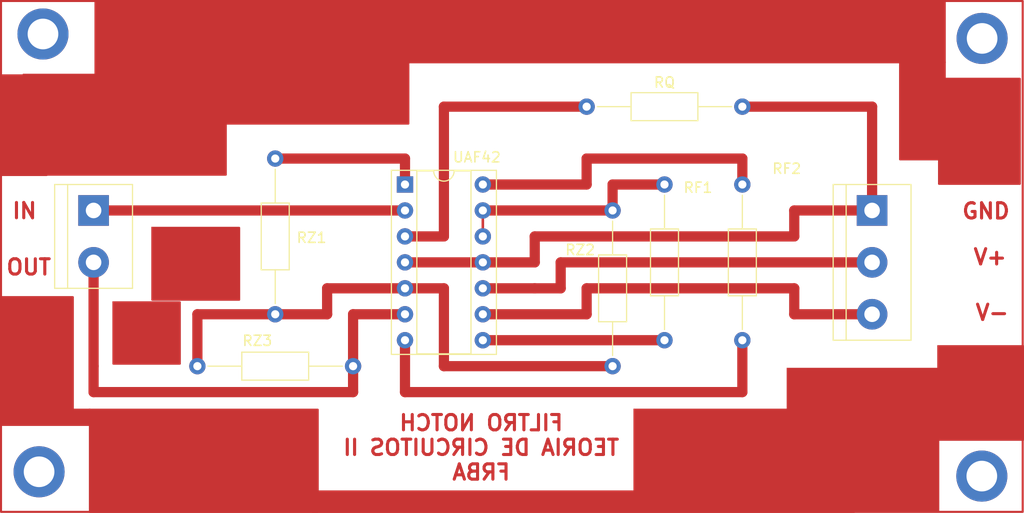
<source format=kicad_pcb>
(kicad_pcb (version 20221018) (generator pcbnew)
  (layers (0 "F.Cu" signal) (31 "B.Cu" signal) (34 "B.Paste" user) (35 "F.Paste" user) (36 "B.SilkS" user "B.Silkscreen") (37 "F.SilkS" user "F.Silkscreen") (38 "B.Mask" user) (39 "F.Mask" user) (44 "Edge.Cuts" user))
  (net 0 "")
  (footprint "Resistor_THT:R_Axial_DIN0207_L6.3mm_D2.5mm_P15.24mm_Horizontal" (layer "F.Cu") (at 162.56 76.2 90)
    (fp_text reference "RF2" (at 16.7894 4.3434) (layer "F.SilkS"))
    (fp_text value "3K3")
    (fp_line (start 1.04 0) (end 4.35 0) (stroke (width 0.12)) (layer "F.SilkS"))
    (fp_line (start 4.35 -1.37) (end 4.35 1.37) (stroke (width 0.12)) (layer "F.SilkS"))
    (fp_line (start 4.35 1.37) (end 10.89 1.37) (stroke (width 0.12)) (layer "F.SilkS"))
    (fp_line (start 10.89 -1.37) (end 4.35 -1.37) (stroke (width 0.12)) (layer "F.SilkS"))
    (fp_line (start 10.89 1.37) (end 10.89 -1.37) (stroke (width 0.12)) (layer "F.SilkS"))
    (fp_line (start 14.2 0) (end 10.89 0) (stroke (width 0.12)) (layer "F.SilkS"))
    (pad "1" thru_hole circle (at 0 0 90) (size 1.6 1.6) (drill 0.8) (layers "*.Cu" "*.Mask"))
    (pad "2" thru_hole oval (at 15.24 0 90) (size 1.6 1.6) (drill 0.8) (layers "*.Cu" "*.Mask"))
  )
  (footprint "Resistor_THT:R_Axial_DIN0207_L6.3mm_D2.5mm_P15.24mm_Horizontal" (layer "F.Cu") (at 147.32 53.34)
    (fp_text reference "RQ" (at 7.62 -2.37) (layer "F.SilkS"))
    (fp_text value "6K6")
    (fp_line (start 1.04 0) (end 4.35 0) (stroke (width 0.12)) (layer "F.SilkS"))
    (fp_line (start 4.35 -1.37) (end 4.35 1.37) (stroke (width 0.12)) (layer "F.SilkS"))
    (fp_line (start 4.35 1.37) (end 10.89 1.37) (stroke (width 0.12)) (layer "F.SilkS"))
    (fp_line (start 10.89 -1.37) (end 4.35 -1.37) (stroke (width 0.12)) (layer "F.SilkS"))
    (fp_line (start 10.89 1.37) (end 10.89 -1.37) (stroke (width 0.12)) (layer "F.SilkS"))
    (fp_line (start 14.2 0) (end 10.89 0) (stroke (width 0.12)) (layer "F.SilkS"))
    (pad "1" thru_hole circle (at 0 0) (size 1.6 1.6) (drill 0.8) (layers "*.Cu" "*.Mask"))
    (pad "2" thru_hole oval (at 15.24 0) (size 1.6 1.6) (drill 0.8) (layers "*.Cu" "*.Mask"))
  )
  (footprint "Resistor_THT:R_Axial_DIN0207_L6.3mm_D2.5mm_P15.24mm_Horizontal" (layer "F.Cu") (at 109.22 78.74)
    (fp_text reference "RZ3" (at 5.8674 -2.4892) (layer "F.SilkS"))
    (fp_text value "10K")
    (fp_line (start 1.04 0) (end 4.35 0) (stroke (width 0.12)) (layer "F.SilkS"))
    (fp_line (start 4.35 -1.37) (end 4.35 1.37) (stroke (width 0.12)) (layer "F.SilkS"))
    (fp_line (start 4.35 1.37) (end 10.89 1.37) (stroke (width 0.12)) (layer "F.SilkS"))
    (fp_line (start 10.89 -1.37) (end 4.35 -1.37) (stroke (width 0.12)) (layer "F.SilkS"))
    (fp_line (start 10.89 1.37) (end 10.89 -1.37) (stroke (width 0.12)) (layer "F.SilkS"))
    (fp_line (start 14.2 0) (end 10.89 0) (stroke (width 0.12)) (layer "F.SilkS"))
    (pad "1" thru_hole circle (at 0 0) (size 1.6 1.6) (drill 0.8) (layers "*.Cu" "*.Mask"))
    (pad "2" thru_hole oval (at 15.24 0) (size 1.6 1.6) (drill 0.8) (layers "*.Cu" "*.Mask"))
  )
  (footprint "TerminalBlock:TerminalBlock_bornier-2_P5.08mm" (layer "F.Cu") (at 99.06 63.5 -90)
    (fp_text reference "REF**" hide)
    (fp_text value "OUT-IN" hide)
    (fp_line (start -2.54 -3.81) (end -2.54 3.81) (stroke (width 0.12)) (layer "F.SilkS"))
    (fp_line (start -2.54 3.81) (end 7.62 3.81) (stroke (width 0.12)) (layer "F.SilkS"))
    (fp_line (start 7.62 -3.81) (end -2.54 -3.81) (stroke (width 0.12)) (layer "F.SilkS"))
    (fp_line (start 7.62 2.54) (end -2.54 2.54) (stroke (width 0.12)) (layer "F.SilkS"))
    (fp_line (start 7.62 3.81) (end 7.62 -3.81) (stroke (width 0.12)) (layer "F.SilkS"))
    (pad "1" thru_hole rect (at 0 0 270) (size 3 3) (drill 1.52) (layers "*.Cu" "*.Mask"))
    (pad "2" thru_hole circle (at 5.08 0 270) (size 3 3) (drill 1.52) (layers "*.Cu" "*.Mask"))
  )
  (footprint "TerminalBlock:TerminalBlock_bornier-3_P5.08mm" (layer "F.Cu") (at 175.26 63.5 -90)
    (fp_text reference "REF**" hide)
    (fp_text value "TerminalBlock_bornier-3_P5.08mm" hide)
    (fp_line (start -2.54 -3.81) (end 12.7 -3.81) (stroke (width 0.12)) (layer "F.SilkS"))
    (fp_line (start -2.54 2.54) (end 12.7 2.54) (stroke (width 0.12)) (layer "F.SilkS"))
    (fp_line (start -2.54 3.81) (end -2.54 -3.81) (stroke (width 0.12)) (layer "F.SilkS"))
    (fp_line (start -2.54 3.81) (end 12.7 3.81) (stroke (width 0.12)) (layer "F.SilkS"))
    (fp_line (start 12.7 3.81) (end 12.7 -3.81) (stroke (width 0.12)) (layer "F.SilkS"))
    (pad "1" thru_hole rect (at 0 0 270) (size 3 3) (drill 1.52) (layers "*.Cu" "*.Mask"))
    (pad "2" thru_hole circle (at 5.08 0 270) (size 3 3) (drill 1.52) (layers "*.Cu" "*.Mask"))
    (pad "3" thru_hole circle (at 10.16 0 270) (size 3 3) (drill 1.52) (layers "*.Cu" "*.Mask"))
  )
  (footprint "Resistor_THT:R_Axial_DIN0207_L6.3mm_D2.5mm_P15.24mm_Horizontal" (layer "F.Cu") (at 154.94 76.2 90)
    (fp_text reference "RF1" (at 14.9352 3.2766) (layer "F.SilkS"))
    (fp_text value "3K3")
    (fp_line (start 1.04 0) (end 4.35 0) (stroke (width 0.12)) (layer "F.SilkS"))
    (fp_line (start 4.35 -1.37) (end 4.35 1.37) (stroke (width 0.12)) (layer "F.SilkS"))
    (fp_line (start 4.35 1.37) (end 10.89 1.37) (stroke (width 0.12)) (layer "F.SilkS"))
    (fp_line (start 10.89 -1.37) (end 4.35 -1.37) (stroke (width 0.12)) (layer "F.SilkS"))
    (fp_line (start 10.89 1.37) (end 10.89 -1.37) (stroke (width 0.12)) (layer "F.SilkS"))
    (fp_line (start 14.2 0) (end 10.89 0) (stroke (width 0.12)) (layer "F.SilkS"))
    (pad "1" thru_hole circle (at 0 0 90) (size 1.6 1.6) (drill 0.8) (layers "*.Cu" "*.Mask"))
    (pad "2" thru_hole oval (at 15.24 0 90) (size 1.6 1.6) (drill 0.8) (layers "*.Cu" "*.Mask"))
  )
  (footprint "Resistor_THT:R_Axial_DIN0207_L6.3mm_D2.5mm_P15.24mm_Horizontal" (layer "F.Cu") (at 116.84 73.66 90)
    (fp_text reference "RZ1" (at 7.493 3.556) (layer "F.SilkS"))
    (fp_text value "2K")
    (fp_line (start 1.04 0) (end 4.35 0) (stroke (width 0.12)) (layer "F.SilkS"))
    (fp_line (start 4.35 -1.37) (end 4.35 1.37) (stroke (width 0.12)) (layer "F.SilkS"))
    (fp_line (start 4.35 1.37) (end 10.89 1.37) (stroke (width 0.12)) (layer "F.SilkS"))
    (fp_line (start 10.89 -1.37) (end 4.35 -1.37) (stroke (width 0.12)) (layer "F.SilkS"))
    (fp_line (start 10.89 1.37) (end 10.89 -1.37) (stroke (width 0.12)) (layer "F.SilkS"))
    (fp_line (start 14.2 0) (end 10.89 0) (stroke (width 0.12)) (layer "F.SilkS"))
    (pad "1" thru_hole circle (at 0 0 90) (size 1.6 1.6) (drill 0.8) (layers "*.Cu" "*.Mask"))
    (pad "2" thru_hole oval (at 15.24 0 90) (size 1.6 1.6) (drill 0.8) (layers "*.Cu" "*.Mask"))
  )
  (footprint "Package_DIP:DIP-14_W7.62mm_Socket" (layer "F.Cu") (at 129.54 60.96)
    (fp_text reference "UAF42" (at 7.0358 -2.667) (layer "F.SilkS"))
    (fp_text value "Filtro_NOTCH")
    (fp_line (start -1.33 -1.39) (end -1.33 16.63) (stroke (width 0.12)) (layer "F.SilkS"))
    (fp_line (start -1.33 16.63) (end 8.95 16.63) (stroke (width 0.12)) (layer "F.SilkS"))
    (fp_line (start 1.16 -1.33) (end 1.16 16.57) (stroke (width 0.12)) (layer "F.SilkS"))
    (fp_line (start 1.16 16.57) (end 6.46 16.57) (stroke (width 0.12)) (layer "F.SilkS"))
    (fp_line (start 2.81 -1.33) (end 1.16 -1.33) (stroke (width 0.12)) (layer "F.SilkS"))
    (fp_line (start 6.46 -1.33) (end 4.81 -1.33) (stroke (width 0.12)) (layer "F.SilkS"))
    (fp_line (start 6.46 16.57) (end 6.46 -1.33) (stroke (width 0.12)) (layer "F.SilkS"))
    (fp_line (start 8.95 -1.39) (end -1.33 -1.39) (stroke (width 0.12)) (layer "F.SilkS"))
    (fp_line (start 8.95 16.63) (end 8.95 -1.39) (stroke (width 0.12)) (layer "F.SilkS"))
    (fp_arc (start 4.81 -1.33) (mid 3.81 -0.33) (end 2.81 -1.33) (stroke (width 0.12)) (layer "F.SilkS"))
    (pad "1" thru_hole rect (at 0 0) (size 1.6 1.6) (drill 0.8) (layers "*.Cu" "*.Mask"))
    (pad "2" thru_hole oval (at 0 2.54) (size 1.6 1.6) (drill 0.8) (layers "*.Cu" "*.Mask"))
    (pad "3" thru_hole oval (at 0 5.08) (size 1.6 1.6) (drill 0.8) (layers "*.Cu" "*.Mask"))
    (pad "4" thru_hole oval (at 0 7.62) (size 1.6 1.6) (drill 0.8) (layers "*.Cu" "*.Mask"))
    (pad "5" thru_hole oval (at 0 10.16) (size 1.6 1.6) (drill 0.8) (layers "*.Cu" "*.Mask"))
    (pad "6" thru_hole oval (at 0 12.7) (size 1.6 1.6) (drill 0.8) (layers "*.Cu" "*.Mask"))
    (pad "7" thru_hole oval (at 0 15.24) (size 1.6 1.6) (drill 0.8) (layers "*.Cu" "*.Mask"))
    (pad "8" thru_hole oval (at 7.62 15.24) (size 1.6 1.6) (drill 0.8) (layers "*.Cu" "*.Mask"))
    (pad "9" thru_hole oval (at 7.62 12.7) (size 1.6 1.6) (drill 0.8) (layers "*.Cu" "*.Mask"))
    (pad "10" thru_hole oval (at 7.62 10.16) (size 1.6 1.6) (drill 0.8) (layers "*.Cu" "*.Mask"))
    (pad "11" thru_hole oval (at 7.62 7.62) (size 1.6 1.6) (drill 0.8) (layers "*.Cu" "*.Mask"))
    (pad "12" thru_hole oval (at 7.62 5.08) (size 1.6 1.6) (drill 0.8) (layers "*.Cu" "*.Mask"))
    (pad "13" thru_hole oval (at 7.62 2.54) (size 1.6 1.6) (drill 0.8) (layers "*.Cu" "*.Mask"))
    (pad "14" thru_hole oval (at 7.62 0) (size 1.6 1.6) (drill 0.8) (layers "*.Cu" "*.Mask"))
  )
  (footprint "Resistor_THT:R_Axial_DIN0207_L6.3mm_D2.5mm_P15.24mm_Horizontal" (layer "F.Cu") (at 149.86 78.74 90)
    (fp_text reference "RZ2" (at 11.3792 -3.175) (layer "F.SilkS"))
    (fp_text value "2K")
    (fp_line (start 1.04 0) (end 4.35 0) (stroke (width 0.12)) (layer "F.SilkS"))
    (fp_line (start 4.35 -1.37) (end 4.35 1.37) (stroke (width 0.12)) (layer "F.SilkS"))
    (fp_line (start 4.35 1.37) (end 10.89 1.37) (stroke (width 0.12)) (layer "F.SilkS"))
    (fp_line (start 10.89 -1.37) (end 4.35 -1.37) (stroke (width 0.12)) (layer "F.SilkS"))
    (fp_line (start 10.89 1.37) (end 10.89 -1.37) (stroke (width 0.12)) (layer "F.SilkS"))
    (fp_line (start 14.2 0) (end 10.89 0) (stroke (width 0.12)) (layer "F.SilkS"))
    (pad "1" thru_hole circle (at 0 0 90) (size 1.6 1.6) (drill 0.8) (layers "*.Cu" "*.Mask"))
    (pad "2" thru_hole oval (at 15.24 0 90) (size 1.6 1.6) (drill 0.8) (layers "*.Cu" "*.Mask"))
  )
  (gr_rect (start 101 72.4906) (end 107.5 78.5) (stroke (width 0.2)) (fill solid) (layer "F.Cu"))
  (gr_rect (start 181.8132 50.6098) (end 189.7196 60.8962) (stroke (width 0.2)) (fill solid) (layer "F.Cu"))
  (gr_rect (start 90 43) (end 190 93) (stroke (width 0.2)) (fill none) (layer "F.Cu"))
  (gr_rect (start 92.2274 50.2158) (end 112 60) (stroke (width 0.2)) (fill solid) (layer "F.Cu"))
  (gr_rect (start 90 71.9836) (end 97.028 83) (stroke (width 0.2)) (fill solid) (layer "F.Cu"))
  (gr_rect (start 120.5 91) (end 173.5 93) (stroke (width 0.2)) (fill solid) (layer "F.Cu"))
  (gr_rect (start 98.699 83) (end 121 93) (stroke (width 0.2)) (fill solid) (layer "F.Cu"))
  (gr_rect (start 178 49) (end 182.3716 58.5) (stroke (width 0.2)) (fill solid) (layer "F.Cu"))
  (gr_rect (start 181.737 76.7842) (end 190.0428 85.9439) (stroke (width 0.2)) (fill solid) (layer "F.Cu"))
  (gr_rect (start 152 83) (end 169.75 91.5) (stroke (width 0.2)) (fill solid) (layer "F.Cu"))
  (gr_rect (start 104.808 65.199) (end 113.3094 72.2404) (stroke (width 0.2)) (fill solid) (layer "F.Cu"))
  (gr_rect (start 90 50.2756) (end 94.4572 60.0308) (stroke (width 0.2)) (fill solid) (layer "F.Cu"))
  (gr_rect (start 90 83) (end 98.699 84.491) (stroke (width 0.2)) (fill solid) (layer "F.Cu"))
  (gr_rect (start 167 79) (end 181.737 92.8878) (stroke (width 0.2)) (fill solid) (layer "F.Cu"))
  (gr_rect (start 127 43) (end 182.3716 49) (stroke (width 0.2)) (fill solid) (layer "F.Cu"))
  (gr_rect (start 99.2456 43) (end 129.8702 55) (stroke (width 0.2)) (fill solid) (layer "F.Cu"))
  (gr_text "FILTRO NOTCH\nTEORIA DE CIRCUITOS II\nFRBA\n" (at 137 90) (layer "F.Cu") (effects (font (size 1.5 1.5) (thickness 0.3) bold) (justify bottom mirror)))
  (gr_text "OUT\n" (at 90.3732 69.9262) (layer "F.Cu") (effects (font (size 1.5 1.5) (thickness 0.3) bold) (justify left bottom)))
  (gr_text "V+\n" (at 185.039 68.9356) (layer "F.Cu") (effects (font (size 1.5 1.5) (thickness 0.3) bold) (justify left bottom)))
  (gr_text "GND\n" (at 183.9214 64.4398) (layer "F.Cu") (effects (font (size 1.5 1.5) (thickness 0.3) bold) (justify left bottom)))
  (gr_text "IN\n" (at 90.9574 64.4144) (layer "F.Cu") (effects (font (size 1.5 1.5) (thickness 0.3) bold) (justify left bottom)))
  (gr_text "V-\n" (at 185.2422 74.3712) (layer "F.Cu") (effects (font (size 1.5 1.5) (thickness 0.3) bold) (justify left bottom)))
  (segment (start 99.06 78.74) (end 99.06 81.28) (width 1) (layer "F.Cu") (net 0))
  (segment (start 116.84 73.66) (end 121.92 73.66) (width 1) (layer "F.Cu") (net 0))
  (segment (start 133.35 53.34) (end 147.32 53.34) (width 1) (layer "F.Cu") (net 0))
  (segment (start 129.54 58.42) (end 129.54 60.96) (width 1) (layer "F.Cu") (net 0))
  (segment (start 137.16 68.58) (end 142.24 68.58) (width 1) (layer "F.Cu") (net 0))
  (segment (start 147.32 60.96) (end 137.16 60.96) (width 1) (layer "F.Cu") (net 0))
  (segment (start 167.64 66.04) (end 167.64 63.5) (width 1) (layer "F.Cu") (net 0))
  (segment (start 167.64 73.66) (end 175.26 73.66) (width 1) (layer "F.Cu") (net 0))
  (segment (start 116.84 58.42) (end 129.54 58.42) (width 1) (layer "F.Cu") (net 0))
  (segment (start 129.54 71.12) (end 133.35 71.12) (width 1) (layer "F.Cu") (net 0))
  (segment (start 99.06 63.5) (end 129.54 63.5) (width 1) (layer "F.Cu") (net 0))
  (segment (start 167.64 63.5) (end 175.26 63.5) (width 1) (layer "F.Cu") (net 0))
  (segment (start 162.56 58.42) (end 147.32 58.42) (width 1) (layer "F.Cu") (net 0))
  (segment (start 149.86 60.96) (end 149.86 63.5) (width 1) (layer "F.Cu") (net 0))
  (segment (start 142.24 71.12) (end 144.78 71.12) (width 1) (layer "F.Cu") (net 0))
  (segment (start 121.92 71.12) (end 129.54 71.12) (width 1) (layer "F.Cu") (net 0))
  (segment (start 162.56 60.96) (end 162.56 58.42) (width 1) (layer "F.Cu") (net 0))
  (segment (start 149.86 63.5) (end 137.16 63.5) (width 1) (layer "F.Cu") (net 0))
  (segment (start 147.32 58.42) (end 147.32 60.96) (width 1) (layer "F.Cu") (net 0))
  (segment (start 147.32 71.12) (end 167.64 71.12) (width 1) (layer "F.Cu") (net 0))
  (segment (start 142.24 71.12) (end 137.16 71.12) (width 1) (layer "F.Cu") (net 0))
  (segment (start 162.56 53.34) (end 175.26 53.34) (width 1) (layer "F.Cu") (net 0))
  (segment (start 109.22 73.66) (end 116.84 73.66) (width 1) (layer "F.Cu") (net 0))
  (segment (start 142.24 66.04) (end 167.64 66.04) (width 1) (layer "F.Cu") (net 0))
  (segment (start 147.32 73.66) (end 147.32 71.12) (width 1) (layer "F.Cu") (net 0))
  (segment (start 137.16 68.58) (end 129.54 68.58) (width 1) (layer "F.Cu") (net 0))
  (segment (start 137.16 73.66) (end 147.32 73.66) (width 1) (layer "F.Cu") (net 0))
  (segment (start 142.24 68.58) (end 142.24 66.04) (width 1) (layer "F.Cu") (net 0))
  (segment (start 133.35 78.74) (end 149.86 78.74) (width 1) (layer "F.Cu") (net 0))
  (segment (start 133.35 66.04) (end 133.35 53.34) (width 1) (layer "F.Cu") (net 0))
  (segment (start 129.54 66.04) (end 133.35 66.04) (width 1) (layer "F.Cu") (net 0))
  (segment (start 167.64 71.12) (end 167.64 73.66) (width 1) (layer "F.Cu") (net 0))
  (segment (start 144.78 71.12) (end 144.78 68.58) (width 1) (layer "F.Cu") (net 0))
  (segment (start 154.94 60.96) (end 149.86 60.96) (width 1) (layer "F.Cu") (net 0))
  (segment (start 129.54 81.28) (end 129.54 76.2) (width 1) (layer "F.Cu") (net 0))
  (segment (start 124.46 73.66) (end 129.54 73.66) (width 1) (layer "F.Cu") (net 0))
  (segment (start 175.26 53.34) (end 175.26 63.5) (width 1) (layer "F.Cu") (net 0))
  (segment (start 137.16 66.04) (end 137.16 63.5) (width 0.25) (layer "F.Cu") (net 0))
  (segment (start 162.56 81.28) (end 129.54 81.28) (width 1) (layer "F.Cu") (net 0))
  (segment (start 175.26 68.58) (end 144.78 68.58) (width 1) (layer "F.Cu") (net 0))
  (segment (start 121.92 73.66) (end 121.92 71.12) (width 1) (layer "F.Cu") (net 0))
  (segment (start 99.06 68.58) (end 99.06 78.74) (width 1) (layer "F.Cu") (net 0))
  (segment (start 124.46 81.28) (end 124.46 73.66) (width 1) (layer "F.Cu") (net 0))
  (segment (start 109.22 78.74) (end 109.22 73.66) (width 1) (layer "F.Cu") (net 0))
  (segment (start 162.56 76.2) (end 162.56 81.28) (width 1) (layer "F.Cu") (net 0))
  (segment (start 154.94 76.2) (end 137.16 76.2) (width 1) (layer "F.Cu") (net 0))
  (segment (start 99.06 81.28) (end 124.46 81.28) (width 1) (layer "F.Cu") (net 0))
  (segment (start 133.35 71.12) (end 133.35 78.74) (width 1) (layer "F.Cu") (net 0))
  (via (at 94.107 46.228) (size 5) (drill 3) (layers "F.Cu" "B.Cu") (net 0))
  (via (at 186 89.5) (size 5) (drill 3) (layers "F.Cu" "B.Cu") (net 0))
  (via (at 93.726 89.0778) (size 5) (drill 3) (layers "F.Cu" "B.Cu") (net 0))
  (via (at 186.0296 46.6598) (size 5) (drill 3) (layers "F.Cu" "B.Cu") (net 0))
)
</source>
